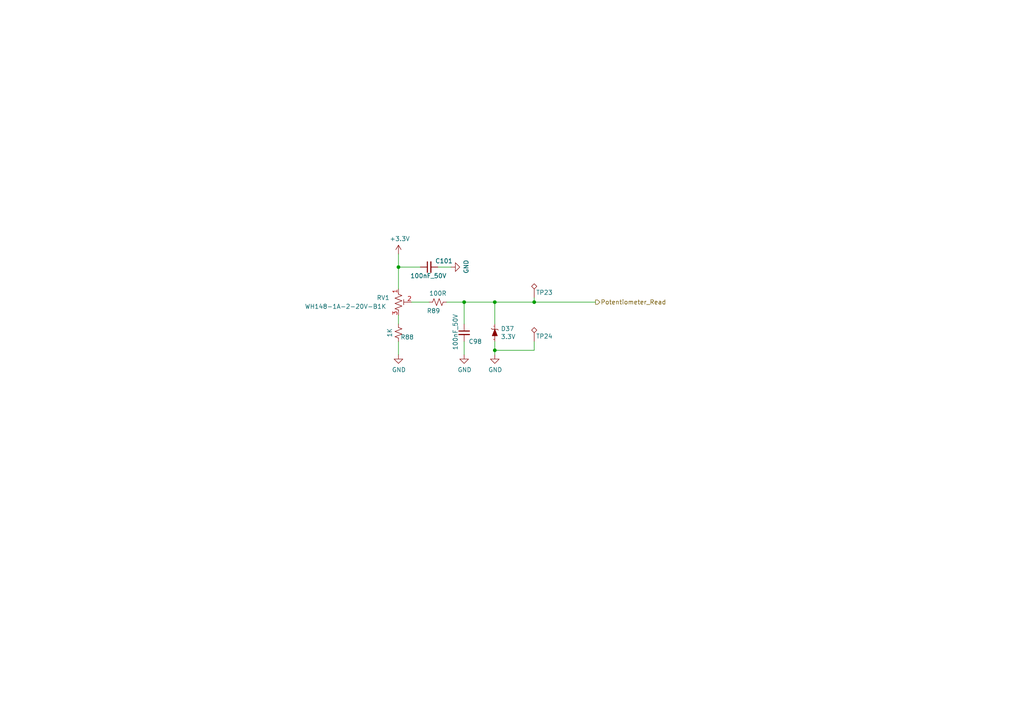
<source format=kicad_sch>
(kicad_sch (version 20231120) (generator "eeschema") (generator_version "8.0")
  (paper "A4")
  (lib_symbols
    (symbol "AKE_Capacitor:Capacitor_UnPolarised" (pin_numbers hide) (pin_names (offset 0.254) hide)
      (property "Reference" "C" (at 0.254 1.778 0))
      (property "Value" "Capacitor_UnPolarised" (at 0 -1.27 0))
      (symbol "Capacitor_UnPolarised_0_1"
        (polyline (pts (xy -1.524 -0.508) (xy 1.524 -0.508)) (stroke (width 0.3302)))
        (polyline (pts (xy -1.524 0.508) (xy 1.524 0.508)) (stroke (width 0.3048)))
      )
      (symbol "Capacitor_UnPolarised_1_1"
        (pin passive line (at 0 2.54 270) (length 2.032) (name "~") (number "1"))
        (pin passive line (at 0 -2.54 90) (length 2.032) (name "~") (number "2"))
      )
    )
    (symbol "AKE_Device:Test_Point" (pin_numbers hide) (pin_names (offset 0.762) hide)
      (property "Reference" "TP" (at 0 6.858 0))
      (property "Value" "Test_Point" (at 0 5.08 0))
      (symbol "Test_Point_0_1"
        (polyline (pts (xy 0 2.54) (xy -0.762 3.302) (xy 0 4.064) (xy 0.762 3.302) (xy 0 2.54)))
      )
      (symbol "Test_Point_1_1"
        (pin passive line (at 0 0 90) (length 2.54) (name "1") (number "1"))
      )
    )
    (symbol "AKE_Diode:Diode_Zener" (pin_names (offset 1.016))
      (property "Reference" "D" (at -6.35 1.27 0))
      (property "Value" "Diode_Zener" (at -5.08 3.81 0))
      (symbol "Diode_Zener_0_1"
        (polyline (pts (xy 1.27 1.27) (xy 1.524 1.27)) (stroke (width 0.1524)))
        (polyline (pts (xy 1.524 0.508) (xy 1.27 0.254)) (stroke (width 0.1524)))
        (polyline (pts (xy 1.524 2.032) (xy 1.524 0.508)) (stroke (width 0.1524)))
        (polyline (pts (xy 1.524 2.032) (xy 1.778 2.286)) (stroke (width 0.1524)))
        (polyline (pts (xy 3.81 1.27) (xy 3.429 1.27)) (stroke (width 0.1524)))
        (polyline (pts (xy 1.524 1.27) (xy 3.429 2.032) (xy 3.429 0.508) (xy 1.524 1.27)) (stroke (width 0.1524)) (fill (type outline)))
      )
      (symbol "Diode_Zener_1_1"
        (pin passive line (at 0 1.27 0) (length 1.27) (name "~") (number "1"))
        (pin passive line (at 5.08 1.27 180) (length 1.27) (name "~") (number "2"))
      )
    )
    (symbol "AKE_Power:+3.3V" (power) (pin_names (offset 0))
      (property "Value" "+3.3V" (at 0 3.556 0))
      (symbol "+3.3V_0_1"
        (polyline (pts (xy -0.762 1.27) (xy 0 2.54)))
        (polyline (pts (xy 0 0) (xy 0 2.54)))
        (polyline (pts (xy 0 2.54) (xy 0.762 1.27)))
      )
      (symbol "+3.3V_1_1"
        (pin power_in line (at 0 0 90) (length 0) hide (name "+3.3V") (number "1"))
      )
    )
    (symbol "AKE_Power:GND" (power) (pin_names (offset 0))
      (property "Value" "GND" (at 0 -3.81 0))
      (symbol "GND_0_1"
        (polyline (pts (xy 0 0) (xy 0 -1.27) (xy 1.27 -1.27) (xy 0 -2.54) (xy -1.27 -1.27) (xy 0 -1.27)))
      )
      (symbol "GND_1_1"
        (pin power_in line (at 0 0 270) (length 0) hide (name "GND") (number "1"))
      )
    )
    (symbol "AKE_Resistor:Resistor_US" (pin_numbers hide) (pin_names (offset 0.254) hide)
      (property "Reference" "R" (at 0.762 0.508 0))
      (property "Value" "Resistor_US" (at 0.762 -1.016 0))
      (symbol "Resistor_US_1_1"
        (polyline (pts (xy 0 0) (xy 1.016 -0.381) (xy 0 -0.762) (xy -1.016 -1.143) (xy 0 -1.524)))
        (polyline (pts (xy 0 1.524) (xy 1.016 1.143) (xy 0 0.762) (xy -1.016 0.381) (xy 0 0)))
        (pin passive line (at 0 2.54 270) (length 1.016) (name "~") (number "1"))
        (pin passive line (at 0 -2.54 90) (length 1.016) (name "~") (number "2"))
      )
    )
    (symbol "AKE_Resistor:WH148-1A-2-20V-B1K" (pin_names (offset 1.016) hide)
      (property "Reference" "RV" (at -4.445 0 90))
      (property "Value" "WH148-1A-2-20V-B1K " (at -2.54 0 90))
      (symbol "WH148-1A-2-20V-B1K_0_1"
        (polyline (pts (xy 0 -2.286) (xy 0 -2.54)))
        (polyline (pts (xy 0 2.286) (xy 0 2.54)))
        (polyline (pts (xy 1.524 0.762) (xy 1.524 -0.762)))
        (polyline (pts (xy 2.54 0) (xy 1.524 0)))
        (polyline (pts (xy 0 -0.762) (xy 1.016 -1.143) (xy 0 -1.524) (xy -1.016 -1.905) (xy 0 -2.286)))
        (polyline (pts (xy 0 0.762) (xy 1.016 0.381) (xy 0 0) (xy -1.016 -0.381) (xy 0 -0.762)))
        (polyline (pts (xy 0 2.286) (xy 1.016 1.905) (xy 0 1.524) (xy -1.016 1.143) (xy 0 0.762)))
      )
      (symbol "WH148-1A-2-20V-B1K_1_1"
        (pin passive line (at 0 3.81 270) (length 1.27) (name "1") (number "1"))
        (pin passive line (at 3.81 0 180) (length 1.27) (name "2") (number "2"))
        (pin passive line (at 0 -3.81 90) (length 1.27) (name "3") (number "3"))
      )
    )
  )
  (junction (at 143.51 87.63))
  (junction (at 115.57 77.47))
  (junction (at 143.51 101.6))
  (junction (at 134.62 87.63))
  (junction (at 154.94 87.63))
  (wire (pts (xy 143.51 87.63) (xy 154.94 87.63)))
  (wire (pts (xy 154.94 101.6) (xy 143.51 101.6)))
  (wire (pts (xy 134.62 99.06) (xy 134.62 102.87)))
  (wire (pts (xy 143.51 99.06) (xy 143.51 101.6)))
  (wire (pts (xy 115.57 99.06) (xy 115.57 102.87)))
  (wire (pts (xy 129.54 87.63) (xy 134.62 87.63)))
  (wire (pts (xy 154.94 87.63) (xy 172.72 87.63)))
  (wire (pts (xy 115.57 73.66) (xy 115.57 77.47)))
  (wire (pts (xy 143.51 93.98) (xy 143.51 87.63)))
  (wire (pts (xy 115.57 77.47) (xy 115.57 83.82)))
  (wire (pts (xy 134.62 87.63) (xy 134.62 93.98)))
  (wire (pts (xy 134.62 87.63) (xy 143.51 87.63)))
  (wire (pts (xy 154.94 86.36) (xy 154.94 87.63)))
  (wire (pts (xy 115.57 77.47) (xy 121.92 77.47)))
  (wire (pts (xy 143.51 101.6) (xy 143.51 102.87)))
  (wire (pts (xy 154.94 99.06) (xy 154.94 101.6)))
  (wire (pts (xy 127 77.47) (xy 130.81 77.47)))
  (wire (pts (xy 119.38 87.63) (xy 124.46 87.63)))
  (wire (pts (xy 115.57 91.44) (xy 115.57 93.98)))
  (hierarchical_label "Potentiometer_Read" (shape output) (at 172.72 87.63 0))
  (symbol (lib_id "AKE_Power:GND") (at 130.81 77.47 90) (unit 1)
    (property "Reference" "#PWR0149" (effects (hide yes)))
    (property "Value" "GND" (at 135.2042 77.343 0))
  )
  (symbol (lib_id "AKE_Capacitor:Capacitor_UnPolarised") (at 124.46 77.47 90) (unit 1)
    (property "Reference" "C101" (at 131.318 75.692 90) (effects (justify left)))
    (property "Value" "100nF_50V" (at 129.54 80.01 90) (effects (justify left)))
    (property "Footprint" "AKE_Capacitor_SMD:CAP_0603" (effects (hide yes)))
    (property "MFG P/N" "*" (effects (hide yes)))
  )
  (symbol (lib_id "AKE_Power:+3.3V") (at 115.57 73.66 0) (unit 1)
    (property "Reference" "#PWR0136" (effects (hide yes)))
    (property "Value" "+3.3V" (at 115.951 69.2658 0))
  )
  (symbol (lib_id "AKE_Resistor:WH148-1A-2-20V-B1K") (at 115.57 87.63 0) (unit 1)
    (property "Reference" "RV1" (at 113.03 86.3599 0) (effects (justify right)))
    (property "Value" "WH148-1A-2-20V-B1K " (at 113.03 88.8999 0) (effects (justify right)))
    (property "Footprint" "AKE_Resistor_TH:Potentiometer_Side_TH_5mmPitch" (effects (hide yes)))
    (property "Description" "POT 1K 0.125W 1 TURN CARBON LINEAR ±20% " (effects (hide yes)))
    (property "MFG P/N" "WH148-1A-2-20V-B1K " (effects (hide yes)))
  )
  (symbol (lib_id "AKE_Resistor:Resistor_US") (at 115.57 96.52 180) (unit 1)
    (property "Reference" "R88" (at 118.11 97.79 0))
    (property "Value" "1K" (at 113.03 96.52 90))
    (property "Footprint" "AKE_Resistor_SMD:RES_0603" (effects (hide yes)))
    (property "MFG P/N" "*" (effects (hide yes)))
  )
  (symbol (lib_id "AKE_Capacitor:Capacitor_UnPolarised") (at 134.62 96.52 0) (unit 1)
    (property "Reference" "C98" (at 135.89 99.06 0) (effects (justify left)))
    (property "Value" "100nF_50V" (at 132.08 101.6 90) (effects (justify left)))
    (property "Footprint" "AKE_Capacitor_SMD:CAP_0603" (effects (hide yes)))
    (property "MFG P/N" "*" (effects (hide yes)))
  )
  (symbol (lib_id "AKE_Power:GND") (at 143.51 102.87 0) (unit 1)
    (property "Reference" "#PWR0139" (effects (hide yes)))
    (property "Value" "GND" (at 143.637 107.2642 0))
  )
  (symbol (lib_id "AKE_Resistor:Resistor_US") (at 127 87.63 90) (unit 1)
    (property "Reference" "R89" (at 125.73 90.17 90))
    (property "Value" "100R" (at 127 85.09 90))
    (property "Footprint" "AKE_Resistor_SMD:RES_0603" (effects (hide yes)))
    (property "MFG P/N" "*" (effects (hide yes)))
  )
  (symbol (lib_id "AKE_Power:GND") (at 115.57 102.87 0) (unit 1)
    (property "Reference" "#PWR0137" (effects (hide yes)))
    (property "Value" "GND" (at 115.697 107.2642 0))
  )
  (symbol (lib_id "AKE_Diode:Diode_Zener") (at 142.24 93.98 270) (unit 1)
    (property "Reference" "D37" (at 145.2372 95.3516 90) (effects (justify left)))
    (property "Value" "3.3V" (at 145.2372 97.663 90) (effects (justify left)))
    (property "Footprint" "AKE_Diode_SMD:SOD-123" (effects (hide yes)))
    (property "Datasheet" "https://rocelec.widen.net/view/pdf/n24ngee8nj/NEXP-S-A0003514697-1.pdf?t.download=true&u=5oefqw" (effects (hide yes)))
    (property "MFG P/N" "BZT52-C3V6J" (effects (hide yes)))
  )
  (symbol (lib_id "AKE_Device:Test_Point") (at 154.94 86.36 0) (unit 1)
    (property "Reference" "TP23" (at 155.448 84.836 0) (effects (justify left)))
    (property "Value" "Test_Point" (effects (hide yes)))
    (property "Footprint" "AKE_PCB:TEST_POINT" (effects (hide yes)))
    (property "Description" "test point (alternative shape)" (effects (hide yes)))
  )
  (symbol (lib_id "AKE_Power:GND") (at 134.62 102.87 0) (unit 1)
    (property "Reference" "#PWR0138" (effects (hide yes)))
    (property "Value" "GND" (at 134.747 107.2642 0))
  )
  (symbol (lib_id "AKE_Device:Test_Point") (at 154.94 99.06 0) (unit 1)
    (property "Reference" "TP24" (at 155.448 97.536 0) (effects (justify left)))
    (property "Value" "Test_Point" (effects (hide yes)))
    (property "Footprint" "AKE_PCB:TEST_POINT" (effects (hide yes)))
    (property "Description" "test point (alternative shape)" (effects (hide yes)))
  )
)
</source>
